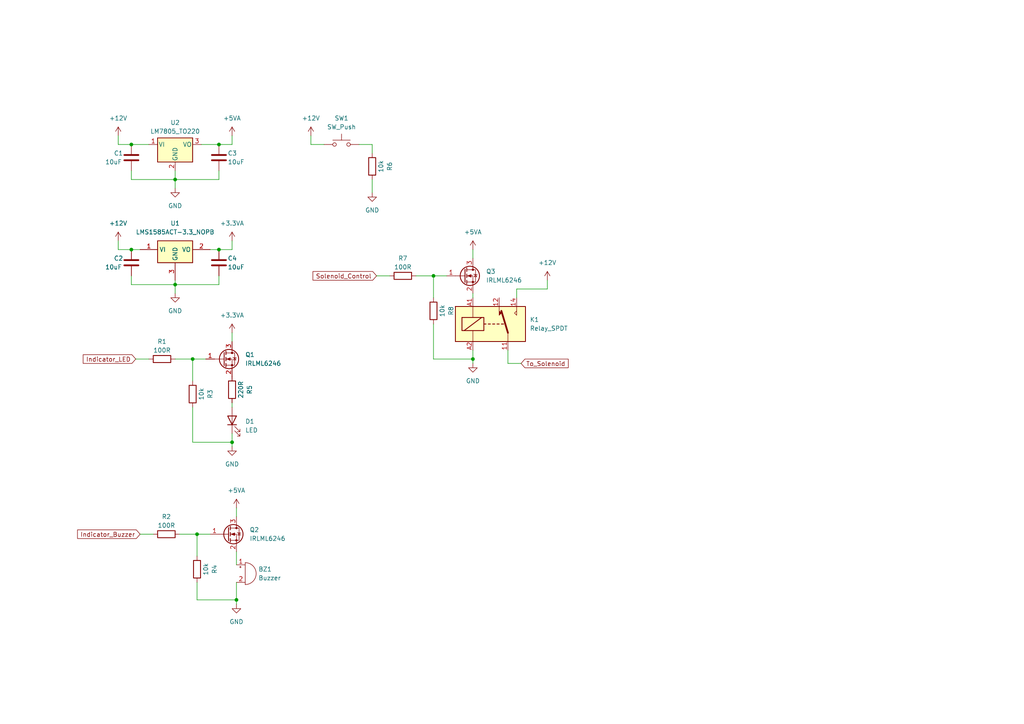
<source format=kicad_sch>
(kicad_sch (version 20230121) (generator eeschema)
  (paper "A4")
  (lib_symbols
    (symbol "Device:Buzzer" (pin_names (offset 0.0254) hide)
      (property "Reference" "BZ" (at 3.81 1.27 0))
      (property "Value" "Buzzer" (at 3.81 -1.27 0))
      (symbol "Buzzer_0_1"
        (arc (start 0 -3.175) (mid 3.1612 0) (end 0 3.175))
        (polyline (pts (xy -1.651 1.905) (xy -1.143 1.905)))
        (polyline (pts (xy -1.397 2.159) (xy -1.397 1.651)))
        (polyline (pts (xy 0 3.175) (xy 0 -3.175)))
      )
      (symbol "Buzzer_1_1"
        (pin passive line (at -2.54 2.54 0) (length 2.54) (name "-") (number "1"))
        (pin passive line (at -2.54 -2.54 0) (length 2.54) (name "+") (number "2"))
      )
    )
    (symbol "Device:C" (pin_numbers hide) (pin_names (offset 0.254))
      (property "Reference" "C" (at 0.635 2.54 0))
      (property "Value" "C" (at 0.635 -2.54 0))
      (symbol "C_0_1"
        (polyline (pts (xy -2.032 -0.762) (xy 2.032 -0.762)) (stroke (width 0.508)))
        (polyline (pts (xy -2.032 0.762) (xy 2.032 0.762)) (stroke (width 0.508)))
      )
      (symbol "C_1_1"
        (pin passive line (at 0 3.81 270) (length 2.794) (name "~") (number "1"))
        (pin passive line (at 0 -3.81 90) (length 2.794) (name "~") (number "2"))
      )
    )
    (symbol "Device:LED" (pin_numbers hide) (pin_names (offset 1.016) hide)
      (property "Reference" "D" (at 0 2.54 0))
      (property "Value" "LED" (at 0 -2.54 0))
      (symbol "LED_0_1"
        (polyline (pts (xy -1.27 -1.27) (xy -1.27 1.27)) (stroke (width 0.254)))
        (polyline (pts (xy -1.27 0) (xy 1.27 0)))
        (polyline (pts (xy 1.27 -1.27) (xy 1.27 1.27) (xy -1.27 0) (xy 1.27 -1.27)) (stroke (width 0.254)))
        (polyline (pts (xy -3.048 -0.762) (xy -4.572 -2.286) (xy -3.81 -2.286) (xy -4.572 -2.286) (xy -4.572 -1.524)))
        (polyline (pts (xy -1.778 -0.762) (xy -3.302 -2.286) (xy -2.54 -2.286) (xy -3.302 -2.286) (xy -3.302 -1.524)))
      )
      (symbol "LED_1_1"
        (pin passive line (at -3.81 0 0) (length 2.54) (name "K") (number "1"))
        (pin passive line (at 3.81 0 180) (length 2.54) (name "A") (number "2"))
      )
    )
    (symbol "Device:R" (pin_numbers hide) (pin_names (offset 0))
      (property "Reference" "R" (at 2.032 0 90))
      (property "Value" "R" (at 0 0 90))
      (symbol "R_0_1"
        (rectangle (start -1.016 -2.54) (end 1.016 2.54) (stroke (width 0.254)))
      )
      (symbol "R_1_1"
        (pin passive line (at 0 3.81 270) (length 1.27) (name "~") (number "1"))
        (pin passive line (at 0 -3.81 90) (length 1.27) (name "~") (number "2"))
      )
    )
    (symbol "LDO:LMS1585ACT-3.3_NOPB"
      (property "Reference" "U" (at 16.51 3.81 0))
      (property "Value" "LMS1585ACT-3.3_NOPB" (at 6.35 1.27 0))
      (symbol "LMS1585ACT-3.3_NOPB_1_1"
        (rectangle (start 12.7 -1.27) (end 22.86 -7.62) (stroke (width 0.254)) (fill (type background)))
        (pin input line (at 7.62 -3.81 0) (length 5.08) (name "VI") (number "1"))
        (pin output line (at 27.94 -3.81 180) (length 5.08) (name "VO") (number "2"))
        (pin power_in line (at 17.78 -12.7 90) (length 5.08) (name "GND") (number "3"))
      )
    )
    (symbol "Regulator_Linear:LM7805_TO220" (pin_names (offset 0.254))
      (property "Reference" "U" (at -3.81 3.175 0))
      (property "Value" "LM7805_TO220" (at 0 3.175 0))
      (symbol "LM7805_TO220_0_1"
        (rectangle (start -5.08 1.905) (end 5.08 -5.08) (stroke (width 0.254)) (fill (type background)))
      )
      (symbol "LM7805_TO220_1_1"
        (pin power_in line (at -7.62 0 0) (length 2.54) (name "VI") (number "1"))
        (pin power_in line (at 0 -7.62 90) (length 2.54) (name "GND") (number "2"))
        (pin power_out line (at 7.62 0 180) (length 2.54) (name "VO") (number "3"))
      )
    )
    (symbol "Relay:Relay_SPDT"
      (property "Reference" "K" (at 11.43 3.81 0))
      (property "Value" "Relay_SPDT" (at 11.43 1.27 0))
      (symbol "Relay_SPDT_0_0"
        (polyline (pts (xy 7.62 5.08) (xy 7.62 2.54) (xy 6.985 3.175) (xy 7.62 3.81)))
      )
      (symbol "Relay_SPDT_0_1"
        (rectangle (start -10.16 5.08) (end 10.16 -5.08) (stroke (width 0.254)) (fill (type background)))
        (rectangle (start -8.255 1.905) (end -1.905 -1.905) (stroke (width 0.254)))
        (polyline (pts (xy -7.62 -1.905) (xy -2.54 1.905)) (stroke (width 0.254)))
        (polyline (pts (xy -5.08 -5.08) (xy -5.08 -1.905)))
        (polyline (pts (xy -5.08 5.08) (xy -5.08 1.905)))
        (polyline (pts (xy -1.905 0) (xy -1.27 0)) (stroke (width 0.254)))
        (polyline (pts (xy -0.635 0) (xy 0 0)) (stroke (width 0.254)))
        (polyline (pts (xy 0.635 0) (xy 1.27 0)) (stroke (width 0.254)))
        (polyline (pts (xy 1.905 0) (xy 2.54 0)) (stroke (width 0.254)))
        (polyline (pts (xy 3.175 0) (xy 3.81 0)) (stroke (width 0.254)))
        (polyline (pts (xy 5.08 -2.54) (xy 3.175 3.81)) (stroke (width 0.508)))
        (polyline (pts (xy 5.08 -2.54) (xy 5.08 -5.08)))
        (polyline (pts (xy 2.54 5.08) (xy 2.54 2.54) (xy 3.175 3.175) (xy 2.54 3.81)) (fill (type outline)))
      )
      (symbol "Relay_SPDT_1_1"
        (pin passive line (at 5.08 -7.62 90) (length 2.54) (name "~") (number "11"))
        (pin passive line (at 2.54 7.62 270) (length 2.54) (name "~") (number "12"))
        (pin passive line (at 7.62 7.62 270) (length 2.54) (name "~") (number "14"))
        (pin passive line (at -5.08 7.62 270) (length 2.54) (name "~") (number "A1"))
        (pin passive line (at -5.08 -7.62 90) (length 2.54) (name "~") (number "A2"))
      )
    )
    (symbol "Switch:SW_Push" (pin_numbers hide) (pin_names (offset 1.016) hide)
      (property "Reference" "SW" (at 1.27 2.54 0))
      (property "Value" "SW_Push" (at 0 -1.524 0))
      (symbol "SW_Push_0_1"
        (circle (center -2.032 0) (radius 0.508))
        (polyline (pts (xy 0 1.27) (xy 0 3.048)))
        (polyline (pts (xy 2.54 1.27) (xy -2.54 1.27)))
        (circle (center 2.032 0) (radius 0.508))
        (pin passive line (at -5.08 0 0) (length 2.54) (name "1") (number "1"))
        (pin passive line (at 5.08 0 180) (length 2.54) (name "2") (number "2"))
      )
    )
    (symbol "Transistor_FET:IRLML0030" (pin_names hide)
      (property "Reference" "Q" (at 5.08 1.905 0))
      (property "Value" "IRLML0030" (at 5.08 0 0))
      (symbol "IRLML0030_0_1"
        (polyline (pts (xy 0.254 0) (xy -2.54 0)))
        (polyline (pts (xy 0.254 1.905) (xy 0.254 -1.905)) (stroke (width 0.254)))
        (polyline (pts (xy 0.762 -1.27) (xy 0.762 -2.286)) (stroke (width 0.254)))
        (polyline (pts (xy 0.762 0.508) (xy 0.762 -0.508)) (stroke (width 0.254)))
        (polyline (pts (xy 0.762 2.286) (xy 0.762 1.27)) (stroke (width 0.254)))
        (polyline (pts (xy 2.54 2.54) (xy 2.54 1.778)))
        (polyline (pts (xy 2.54 -2.54) (xy 2.54 0) (xy 0.762 0)))
        (polyline (pts (xy 0.762 -1.778) (xy 3.302 -1.778) (xy 3.302 1.778) (xy 0.762 1.778)))
        (polyline (pts (xy 1.016 0) (xy 2.032 0.381) (xy 2.032 -0.381) (xy 1.016 0)) (fill (type outline)))
        (polyline (pts (xy 2.794 0.508) (xy 2.921 0.381) (xy 3.683 0.381) (xy 3.81 0.254)))
        (polyline (pts (xy 3.302 0.381) (xy 2.921 -0.254) (xy 3.683 -0.254) (xy 3.302 0.381)))
        (circle (center 1.651 0) (radius 2.794) (stroke (width 0.254)))
        (circle (center 2.54 -1.778) (radius 0.254) (fill (type outline)))
        (circle (center 2.54 1.778) (radius 0.254) (fill (type outline)))
      )
      (symbol "IRLML0030_1_1"
        (pin input line (at -5.08 0 0) (length 2.54) (name "G") (number "1"))
        (pin passive line (at 2.54 -5.08 90) (length 2.54) (name "S") (number "2"))
        (pin passive line (at 2.54 5.08 270) (length 2.54) (name "D") (number "3"))
      )
    )
    (symbol "power:+12V" (power) (pin_names (offset 0))
      (property "Value" "+12V" (at 0 3.556 0))
      (symbol "+12V_0_1"
        (polyline (pts (xy -0.762 1.27) (xy 0 2.54)))
        (polyline (pts (xy 0 0) (xy 0 2.54)))
        (polyline (pts (xy 0 2.54) (xy 0.762 1.27)))
      )
      (symbol "+12V_1_1"
        (pin power_in line (at 0 0 90) (length 0) hide (name "+12V") (number "1"))
      )
    )
    (symbol "power:+3.3VA" (power) (pin_names (offset 0))
      (property "Value" "+3.3VA" (at 0 3.556 0))
      (symbol "+3.3VA_0_1"
        (polyline (pts (xy -0.762 1.27) (xy 0 2.54)))
        (polyline (pts (xy 0 0) (xy 0 2.54)))
        (polyline (pts (xy 0 2.54) (xy 0.762 1.27)))
      )
      (symbol "+3.3VA_1_1"
        (pin power_in line (at 0 0 90) (length 0) hide (name "+3.3VA") (number "1"))
      )
    )
    (symbol "power:+5VA" (power) (pin_names (offset 0))
      (property "Value" "+5VA" (at 0 3.556 0))
      (symbol "+5VA_0_1"
        (polyline (pts (xy -0.762 1.27) (xy 0 2.54)))
        (polyline (pts (xy 0 0) (xy 0 2.54)))
        (polyline (pts (xy 0 2.54) (xy 0.762 1.27)))
      )
      (symbol "+5VA_1_1"
        (pin power_in line (at 0 0 90) (length 0) hide (name "+5VA") (number "1"))
      )
    )
    (symbol "power:GND" (power) (pin_names (offset 0))
      (property "Value" "GND" (at 0 -3.81 0))
      (symbol "GND_0_1"
        (polyline (pts (xy 0 0) (xy 0 -1.27) (xy 1.27 -1.27) (xy 0 -2.54) (xy -1.27 -1.27) (xy 0 -1.27)))
      )
      (symbol "GND_1_1"
        (pin power_in line (at 0 0 270) (length 0) hide (name "GND") (number "1"))
      )
    )
  )
  (junction (at 137.16 104.14))
  (junction (at 50.8 82.55))
  (junction (at 63.5 41.91))
  (junction (at 50.8 52.07))
  (junction (at 38.1 41.91))
  (junction (at 63.5 72.39))
  (junction (at 55.88 104.14))
  (junction (at 57.15 154.94))
  (junction (at 125.73 80.01))
  (junction (at 68.58 173.99))
  (junction (at 67.31 128.27))
  (junction (at 38.1 72.39))
  (wire (pts (xy 39.37 104.14) (xy 43.18 104.14)))
  (wire (pts (xy 57.15 168.91) (xy 57.15 173.99)))
  (wire (pts (xy 34.29 69.85) (xy 34.29 72.39)))
  (wire (pts (xy 67.31 116.84) (xy 67.31 118.11)))
  (wire (pts (xy 120.65 80.01) (xy 125.73 80.01)))
  (wire (pts (xy 57.15 154.94) (xy 57.15 161.29)))
  (wire (pts (xy 50.8 81.28) (xy 50.8 82.55)))
  (wire (pts (xy 67.31 128.27) (xy 67.31 129.54)))
  (wire (pts (xy 104.14 41.91) (xy 107.95 41.91)))
  (wire (pts (xy 55.88 118.11) (xy 55.88 128.27)))
  (wire (pts (xy 58.42 41.91) (xy 63.5 41.91)))
  (wire (pts (xy 158.75 83.82) (xy 149.86 83.82)))
  (wire (pts (xy 137.16 85.09) (xy 137.16 86.36)))
  (wire (pts (xy 50.8 52.07) (xy 38.1 52.07)))
  (wire (pts (xy 67.31 96.52) (xy 67.31 99.06)))
  (wire (pts (xy 63.5 52.07) (xy 50.8 52.07)))
  (wire (pts (xy 109.22 80.01) (xy 113.03 80.01)))
  (wire (pts (xy 68.58 168.91) (xy 68.58 173.99)))
  (wire (pts (xy 90.17 41.91) (xy 90.17 39.37)))
  (wire (pts (xy 151.13 105.41) (xy 147.32 105.41)))
  (wire (pts (xy 50.8 104.14) (xy 55.88 104.14)))
  (wire (pts (xy 50.8 52.07) (xy 50.8 54.61)))
  (wire (pts (xy 38.1 82.55) (xy 50.8 82.55)))
  (wire (pts (xy 38.1 82.55) (xy 38.1 80.01)))
  (wire (pts (xy 67.31 72.39) (xy 63.5 72.39)))
  (wire (pts (xy 137.16 104.14) (xy 137.16 105.41)))
  (wire (pts (xy 34.29 41.91) (xy 38.1 41.91)))
  (wire (pts (xy 125.73 80.01) (xy 129.54 80.01)))
  (wire (pts (xy 57.15 154.94) (xy 60.96 154.94)))
  (wire (pts (xy 137.16 72.39) (xy 137.16 74.93)))
  (wire (pts (xy 68.58 160.02) (xy 68.58 163.83)))
  (wire (pts (xy 149.86 83.82) (xy 149.86 86.36)))
  (wire (pts (xy 107.95 52.07) (xy 107.95 55.88)))
  (wire (pts (xy 55.88 104.14) (xy 55.88 110.49)))
  (wire (pts (xy 67.31 125.73) (xy 67.31 128.27)))
  (wire (pts (xy 63.5 80.01) (xy 63.5 82.55)))
  (wire (pts (xy 34.29 39.37) (xy 34.29 41.91)))
  (wire (pts (xy 67.31 69.85) (xy 67.31 72.39)))
  (wire (pts (xy 107.95 41.91) (xy 107.95 44.45)))
  (wire (pts (xy 55.88 104.14) (xy 59.69 104.14)))
  (wire (pts (xy 137.16 101.6) (xy 137.16 104.14)))
  (wire (pts (xy 50.8 49.53) (xy 50.8 52.07)))
  (wire (pts (xy 34.29 72.39) (xy 38.1 72.39)))
  (wire (pts (xy 63.5 49.53) (xy 63.5 52.07)))
  (wire (pts (xy 38.1 41.91) (xy 43.18 41.91)))
  (wire (pts (xy 68.58 147.32) (xy 68.58 149.86)))
  (wire (pts (xy 38.1 52.07) (xy 38.1 49.53)))
  (wire (pts (xy 57.15 173.99) (xy 68.58 173.99)))
  (wire (pts (xy 55.88 128.27) (xy 67.31 128.27)))
  (wire (pts (xy 50.8 85.09) (xy 50.8 82.55)))
  (wire (pts (xy 68.58 173.99) (xy 68.58 175.26)))
  (wire (pts (xy 60.96 72.39) (xy 63.5 72.39)))
  (wire (pts (xy 93.98 41.91) (xy 90.17 41.91)))
  (wire (pts (xy 52.07 154.94) (xy 57.15 154.94)))
  (wire (pts (xy 125.73 80.01) (xy 125.73 86.36)))
  (wire (pts (xy 67.31 39.37) (xy 67.31 41.91)))
  (wire (pts (xy 125.73 93.98) (xy 125.73 104.14)))
  (wire (pts (xy 158.75 81.28) (xy 158.75 83.82)))
  (wire (pts (xy 125.73 104.14) (xy 137.16 104.14)))
  (wire (pts (xy 67.31 41.91) (xy 63.5 41.91)))
  (wire (pts (xy 38.1 72.39) (xy 40.64 72.39)))
  (wire (pts (xy 147.32 105.41) (xy 147.32 101.6)))
  (wire (pts (xy 63.5 82.55) (xy 50.8 82.55)))
  (wire (pts (xy 40.64 154.94) (xy 44.45 154.94)))
  (global_label "Indicator_LED" (shape input) (at 39.37 104.14 180) (property "Intersheetrefs" "${INTERSHEET_REFS}" (effects hide)))
  (global_label "Indicator_Buzzer" (shape input) (at 40.64 154.94 180) (property "Intersheetrefs" "${INTERSHEET_REFS}" (effects hide)))
  (global_label "Solenoid_Control" (shape input) (at 109.22 80.01 180) (property "Intersheetrefs" "${INTERSHEET_REFS}" (effects hide)))
  (global_label "To_Solenoid" (shape input) (at 151.13 105.41 0) (property "Intersheetrefs" "${INTERSHEET_REFS}" (effects hide)))
  (symbol (lib_id "Regulator_Linear:LM7805_TO220") (at 50.8 41.91 0) (unit 1)
    (property "Reference" "U2" (at 50.8 35.56 0))
    (property "Value" "LM7805_TO220" (at 50.8 38.1 0))
    (property "Footprint" "Package_TO_SOT_THT:TO-220-3_Vertical" (effects hide))
    (property "Datasheet" "https://www.onsemi.cn/PowerSolutions/document/MC7800-D.PDF" (effects hide))
  )
  (symbol (lib_id "power:+5VA") (at 68.58 147.32 0) (unit 1)
    (property "Reference" "#PWR09" (effects hide))
    (property "Value" "+5VA" (at 68.58 142.24 0))
  )
  (symbol (lib_id "power:GND") (at 50.8 85.09 0) (unit 1)
    (property "Reference" "#PWR04" (effects hide))
    (property "Value" "GND" (at 50.8 90.17 0))
  )
  (symbol (lib_id "power:+3.3VA") (at 67.31 96.52 0) (unit 1)
    (property "Reference" "#PWR07" (effects hide))
    (property "Value" "+3.3VA" (at 67.31 91.44 0))
  )
  (symbol (lib_id "Transistor_FET:IRLML0030") (at 64.77 104.14 0) (unit 1)
    (property "Reference" "Q1" (at 71.12 102.87 0) (effects (justify left)))
    (property "Value" "IRLML6246" (at 71.12 105.41 0) (effects (justify left)))
    (property "Footprint" "Package_TO_SOT_SMD:SOT-23" (effects hide))
    (property "Datasheet" "https://www.lcsc.com/product-detail/MOSFETs_Infineon-Technologies-IRLML6246TRPBF_C82053.html" (effects hide))
  )
  (symbol (lib_id "power:GND") (at 137.16 105.41 0) (unit 1)
    (property "Reference" "#PWR014" (effects hide))
    (property "Value" "GND" (at 137.16 110.49 0))
  )
  (symbol (lib_id "Device:R") (at 48.26 154.94 90) (unit 1)
    (property "Reference" "R2" (at 48.26 149.86 90))
    (property "Value" "100R" (at 48.26 152.4 90))
    (property "Datasheet" "https://www.lcsc.com/product-detail/Chip-span-style-background-color-ff0-Resistor-span-Surface-Mount_UNI-ROYAL-Uniroyal-Elec-0805W8J0101T5E_C25277.html" (effects hide))
  )
  (symbol (lib_id "Transistor_FET:IRLML0030") (at 134.62 80.01 0) (unit 1)
    (property "Reference" "Q3" (at 140.97 78.74 0) (effects (justify left)))
    (property "Value" "IRLML6246" (at 140.97 81.28 0) (effects (justify left)))
    (property "Footprint" "Package_TO_SOT_SMD:SOT-23" (effects hide))
    (property "Datasheet" "https://www.lcsc.com/product-detail/MOSFETs_Infineon-Technologies-IRLML6246TRPBF_C82053.html" (effects hide))
  )
  (symbol (lib_id "power:+12V") (at 34.29 69.85 0) (unit 1)
    (property "Reference" "#PWR02" (effects hide))
    (property "Value" "+12V" (at 34.29 64.77 0))
  )
  (symbol (lib_id "Device:C") (at 63.5 45.72 0) (unit 1)
    (property "Reference" "C3" (at 66.04 44.45 0) (effects (justify left)))
    (property "Value" "10uF" (at 66.04 46.99 0) (effects (justify left)))
    (property "Datasheet" "https://www.lcsc.com/product-detail/Aluminum-Electrolytic-Capacitors-Leaded_KNSCHA-01EC1809SHC10UF50V_C503219.html" (effects hide))
  )
  (symbol (lib_id "Device:LED") (at 67.31 121.92 90) (unit 1)
    (property "Reference" "D1" (at 71.12 122.2375 90) (effects (justify right)))
    (property "Value" "LED" (at 71.12 124.7775 90) (effects (justify right)))
    (property "Datasheet" "https://www.lcsc.com/product-detail/Light-Emitting-Diodes-span-style-background-color-ff0-LED-span_Foshan-NationStar-Optoelectronics-NCD0805R1_C84256.html" (effects hide))
  )
  (symbol (lib_id "Device:C") (at 38.1 76.2 0) (unit 1)
    (property "Reference" "C2" (at 33.02 74.93 0) (effects (justify left)))
    (property "Value" "10uF" (at 30.48 77.47 0) (effects (justify left)))
    (property "Datasheet" "https://www.lcsc.com/product-detail/Aluminum-Electrolytic-Capacitors-Leaded_KNSCHA-01EC1809SHC10UF50V_C503219.html" (effects hide))
  )
  (symbol (lib_id "power:+5VA") (at 137.16 72.39 0) (unit 1)
    (property "Reference" "#PWR013" (effects hide))
    (property "Value" "+5VA" (at 137.16 67.31 0))
  )
  (symbol (lib_id "power:+12V") (at 158.75 81.28 0) (unit 1)
    (property "Reference" "#PWR015" (effects hide))
    (property "Value" "+12V" (at 158.75 76.2 0))
  )
  (symbol (lib_id "power:GND") (at 68.58 175.26 0) (unit 1)
    (property "Reference" "#PWR010" (effects hide))
    (property "Value" "GND" (at 68.58 180.34 0))
  )
  (symbol (lib_id "power:+12V") (at 90.17 39.37 0) (unit 1)
    (property "Reference" "#PWR011" (effects hide))
    (property "Value" "+12V" (at 90.17 34.29 0))
  )
  (symbol (lib_id "Device:R") (at 46.99 104.14 90) (unit 1)
    (property "Reference" "R1" (at 46.99 99.06 90))
    (property "Value" "100R" (at 46.99 101.6 90))
    (property "Datasheet" "https://www.lcsc.com/product-detail/Chip-span-style-background-color-ff0-Resistor-span-Surface-Mount_UNI-ROYAL-Uniroyal-Elec-0805W8J0101T5E_C25277.html" (effects hide))
  )
  (symbol (lib_id "power:+12V") (at 34.29 39.37 0) (unit 1)
    (property "Reference" "#PWR01" (effects hide))
    (property "Value" "+12V" (at 34.29 34.29 0))
  )
  (symbol (lib_id "Device:R") (at 55.88 114.3 0) (unit 1)
    (property "Reference" "R3" (at 60.96 114.3 90))
    (property "Value" "10k" (at 58.42 114.3 90))
    (property "Datasheet" "https://www.lcsc.com/product-detail/Chip-span-style-background-color-ff0-Resistor-span-Surface-Mount_UNI-ROYAL-Uniroyal-Elec-0805W8F1002T5E_C17414.html" (effects hide))
  )
  (symbol (lib_id "Device:R") (at 116.84 80.01 90) (unit 1)
    (property "Reference" "R7" (at 116.84 74.93 90))
    (property "Value" "100R" (at 116.84 77.47 90))
    (property "Datasheet" "https://www.lcsc.com/product-detail/Chip-span-style-background-color-ff0-Resistor-span-Surface-Mount_UNI-ROYAL-Uniroyal-Elec-0805W8J0101T5E_C25277.html" (effects hide))
  )
  (symbol (lib_id "LDO:LMS1585ACT-3.3_NOPB") (at 33.02 68.58 0) (unit 1)
    (property "Reference" "U1" (at 50.8 64.77 0))
    (property "Value" "LMS1585ACT-3.3_NOPB" (at 50.8 67.31 0))
    (property "Footprint" "TO254P470X1028X1955-3P" (effects hide))
    (property "Datasheet" "http://www.ti.com/lit/gpn/lms1585a" (effects hide))
    (property "Height" "4.7" (effects hide))
    (property "Mouser Part Number" "926-LMS1585ACT33NOPB" (effects hide))
    (property "Mouser Price/Stock" "https://www.mouser.co.uk/ProductDetail/Texas-Instruments/LMS1585ACT-3.3-NOPB?qs=7lkVKPoqpbYfezQINhjreg%3D%3D" (effects hide))
    (property "Manufacturer_Name" "Texas Instruments" (effects hide))
    (property "Manufacturer_Part_Number" "LMS1585ACT-3.3/NOPB" (effects hide))
    (property "Sim.Library" "E:\\Documents\\KiCad\\7.0\\symbols\\LMS1585ACT-3.3_NOPB\\LMS1585ACT-3.3_NOPB.lib" (effects hide))
  )
  (symbol (lib_id "Device:C") (at 63.5 76.2 0) (unit 1)
    (property "Reference" "C4" (at 66.04 74.93 0) (effects (justify left)))
    (property "Value" "10uF" (at 66.04 77.47 0) (effects (justify left)))
    (property "Datasheet" "https://www.lcsc.com/product-detail/Aluminum-Electrolytic-Capacitors-Leaded_KNSCHA-01EC1809SHC10UF50V_C503219.html" (effects hide))
  )
  (symbol (lib_id "Device:R") (at 125.73 90.17 0) (unit 1)
    (property "Reference" "R8" (at 130.81 90.17 90))
    (property "Value" "10k" (at 128.27 90.17 90))
    (property "Datasheet" "https://www.lcsc.com/product-detail/Chip-span-style-background-color-ff0-Resistor-span-Surface-Mount_UNI-ROYAL-Uniroyal-Elec-0805W8F1002T5E_C17414.html" (effects hide))
  )
  (symbol (lib_id "Device:R") (at 57.15 165.1 0) (unit 1)
    (property "Reference" "R4" (at 62.23 165.1 90))
    (property "Value" "10k" (at 59.69 165.1 90))
    (property "Datasheet" "https://www.lcsc.com/product-detail/Chip-span-style-background-color-ff0-Resistor-span-Surface-Mount_UNI-ROYAL-Uniroyal-Elec-0805W8F1002T5E_C17414.html" (effects hide))
  )
  (symbol (lib_id "Device:Buzzer") (at 71.12 166.37 0) (unit 1)
    (property "Reference" "BZ1" (at 74.93 165.1 0) (effects (justify left)))
    (property "Value" "Buzzer" (at 74.93 167.64 0) (effects (justify left)))
    (property "Datasheet" "https://alphatronic.lk/product/5v-buzzer-alarm/" (effects hide))
  )
  (symbol (lib_id "power:GND") (at 107.95 55.88 0) (unit 1)
    (property "Reference" "#PWR012" (effects hide))
    (property "Value" "GND" (at 107.95 60.96 0))
  )
  (symbol (lib_id "power:+3.3VA") (at 67.31 69.85 0) (unit 1)
    (property "Reference" "#PWR06" (effects hide))
    (property "Value" "+3.3VA" (at 67.31 64.77 0))
  )
  (symbol (lib_id "power:GND") (at 50.8 54.61 0) (unit 1)
    (property "Reference" "#PWR03" (effects hide))
    (property "Value" "GND" (at 50.8 59.69 0))
  )
  (symbol (lib_id "Relay:Relay_SPDT") (at 142.24 93.98 0) (unit 1)
    (property "Reference" "K1" (at 153.67 92.71 0) (effects (justify left)))
    (property "Value" "Relay_SPDT" (at 153.67 95.25 0) (effects (justify left)))
    (property "Datasheet" "https://alphatronic.lk/product/5v-24v-10a-pcb-relay/" (effects hide))
  )
  (symbol (lib_id "Switch:SW_Push") (at 99.06 41.91 0) (unit 1)
    (property "Reference" "SW1" (at 99.06 34.29 0))
    (property "Value" "SW_Push" (at 99.06 36.83 0))
  )
  (symbol (lib_id "Transistor_FET:IRLML0030") (at 66.04 154.94 0) (unit 1)
    (property "Reference" "Q2" (at 72.39 153.67 0) (effects (justify left)))
    (property "Value" "IRLML6246" (at 72.39 156.21 0) (effects (justify left)))
    (property "Footprint" "Package_TO_SOT_SMD:SOT-23" (effects hide))
    (property "Datasheet" "https://www.lcsc.com/product-detail/MOSFETs_Infineon-Technologies-IRLML6246TRPBF_C82053.html" (effects hide))
  )
  (symbol (lib_id "Device:R") (at 67.31 113.03 0) (unit 1)
    (property "Reference" "R5" (at 72.39 113.03 90))
    (property "Value" "220R" (at 69.85 113.03 90))
    (property "Datasheet" "https://www.lcsc.com/product-detail/Chip-span-style-background-color-ff0-Resistor-span-Surface-Mount_Viking-Tech-ARG05BTC2200_C2828752.html" (effects hide))
  )
  (symbol (lib_id "power:+5VA") (at 67.31 39.37 0) (unit 1)
    (property "Reference" "#PWR05" (effects hide))
    (property "Value" "+5VA" (at 67.31 34.29 0))
  )
  (symbol (lib_id "Device:C") (at 38.1 45.72 0) (unit 1)
    (property "Reference" "C1" (at 33.02 44.45 0) (effects (justify left)))
    (property "Value" "10uF" (at 30.48 46.99 0) (effects (justify left)))
    (property "Datasheet" "https://www.lcsc.com/product-detail/Aluminum-Electrolytic-Capacitors-Leaded_KNSCHA-01EC1809SHC10UF50V_C503219.html" (effects hide))
  )
  (symbol (lib_id "power:GND") (at 67.31 129.54 0) (unit 1)
    (property "Reference" "#PWR08" (effects hide))
    (property "Value" "GND" (at 67.31 134.62 0))
  )
  (symbol (lib_id "Device:R") (at 107.95 48.26 0) (unit 1)
    (property "Reference" "R6" (at 113.03 48.26 90))
    (property "Value" "10k" (at 110.49 48.26 90))
    (property "Datasheet" "https://www.lcsc.com/product-detail/Chip-span-style-background-color-ff0-Resistor-span-Surface-Mount_UNI-ROYAL-Uniroyal-Elec-0805W8F1002T5E_C17414.html" (effects hide))
  )
)
</source>
